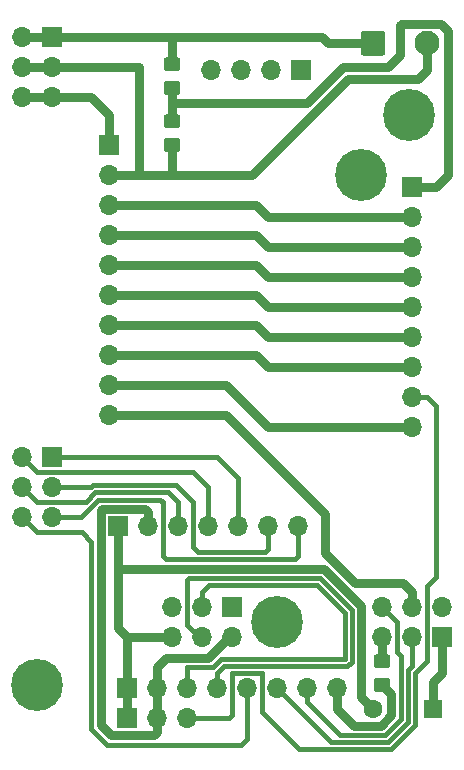
<source format=gbr>
%TF.GenerationSoftware,KiCad,Pcbnew,(5.1.7)-1*%
%TF.CreationDate,2020-11-11T21:31:42-07:00*%
%TF.ProjectId,Handheld-Backboard-E32-433T30D,48616e64-6865-46c6-942d-4261636b626f,rev?*%
%TF.SameCoordinates,PX76efc10PY4dffc60*%
%TF.FileFunction,Copper,L1,Top*%
%TF.FilePolarity,Positive*%
%FSLAX46Y46*%
G04 Gerber Fmt 4.6, Leading zero omitted, Abs format (unit mm)*
G04 Created by KiCad (PCBNEW (5.1.7)-1) date 2020-11-11 21:31:42*
%MOMM*%
%LPD*%
G01*
G04 APERTURE LIST*
%TA.AperFunction,ComponentPad*%
%ADD10O,1.700000X1.700000*%
%TD*%
%TA.AperFunction,ComponentPad*%
%ADD11R,1.700000X1.700000*%
%TD*%
%TA.AperFunction,ComponentPad*%
%ADD12C,4.400000*%
%TD*%
%TA.AperFunction,ComponentPad*%
%ADD13C,2.100000*%
%TD*%
%TA.AperFunction,ComponentPad*%
%ADD14C,1.600000*%
%TD*%
%TA.AperFunction,ComponentPad*%
%ADD15R,1.600000X1.600000*%
%TD*%
%TA.AperFunction,Conductor*%
%ADD16C,0.800000*%
%TD*%
%TA.AperFunction,Conductor*%
%ADD17C,0.400000*%
%TD*%
G04 APERTURE END LIST*
D10*
%TO.P,J8,9*%
%TO.N,/D33*%
X34798000Y28448000D03*
%TO.P,J8,8*%
%TO.N,/A15*%
X34798000Y30988000D03*
%TO.P,J8,7*%
%TO.N,/A13*%
X34798000Y33528000D03*
%TO.P,J8,6*%
%TO.N,/A11*%
X34798000Y36068000D03*
%TO.P,J8,5*%
%TO.N,/A9*%
X34798000Y38608000D03*
%TO.P,J8,4*%
%TO.N,/A7*%
X34798000Y41148000D03*
%TO.P,J8,3*%
%TO.N,/A5*%
X34798000Y43688000D03*
%TO.P,J8,2*%
%TO.N,/A3*%
X34798000Y46228000D03*
D11*
%TO.P,J8,1*%
%TO.N,/A1*%
X34798000Y48768000D03*
%TD*%
D10*
%TO.P,J7,6*%
%TO.N,/RES*%
X1778000Y20828000D03*
%TO.P,J7,5*%
%TO.N,/M0*%
X4318000Y20828000D03*
%TO.P,J7,4*%
%TO.N,/AUX*%
X1778000Y23368000D03*
%TO.P,J7,3*%
%TO.N,/M1*%
X4318000Y23368000D03*
%TO.P,J7,2*%
%TO.N,/RXD*%
X1778000Y25908000D03*
D11*
%TO.P,J7,1*%
%TO.N,/TXD*%
X4318000Y25908000D03*
%TD*%
D10*
%TO.P,J11,10*%
%TO.N,/D45*%
X9144000Y29464000D03*
%TO.P,J11,9*%
%TO.N,/D33*%
X9144000Y32004000D03*
%TO.P,J11,8*%
%TO.N,/A13*%
X9144000Y34544000D03*
%TO.P,J11,7*%
%TO.N,/A11*%
X9144000Y37084000D03*
%TO.P,J11,6*%
%TO.N,/A9*%
X9144000Y39624000D03*
%TO.P,J11,5*%
%TO.N,/A7*%
X9144000Y42164000D03*
%TO.P,J11,4*%
%TO.N,/A5*%
X9144000Y44704000D03*
%TO.P,J11,3*%
%TO.N,/A3*%
X9144000Y47244000D03*
%TO.P,J11,2*%
%TO.N,/GND*%
X9144000Y49784000D03*
D11*
%TO.P,J11,1*%
%TO.N,/5V*%
X9144000Y52324000D03*
%TD*%
D10*
%TO.P,J3,6*%
%TO.N,/CS*%
X32258000Y13208000D03*
%TO.P,J3,5*%
%TO.N,/BLR*%
X32258000Y10668000D03*
%TO.P,J3,4*%
%TO.N,/D45*%
X34798000Y13208000D03*
%TO.P,J3,3*%
%TO.N,/RS*%
X34798000Y10668000D03*
%TO.P,J3,2*%
%TO.N,Net-(J3-Pad2)*%
X37338000Y13208000D03*
D11*
%TO.P,J3,1*%
%TO.N,/BZ*%
X37338000Y10668000D03*
%TD*%
D12*
%TO.P,REF\u002A\u002A,1*%
%TO.N,N/C*%
X34544000Y54864000D03*
%TD*%
%TO.P,REF\u002A\u002A,1*%
%TO.N,N/C*%
X3048000Y6604000D03*
%TD*%
%TO.P,REF\u002A\u002A,1*%
%TO.N,N/C*%
X30480000Y49784000D03*
%TD*%
%TO.P,REF\u002A\u002A,1*%
%TO.N,N/C*%
X23368000Y11938000D03*
%TD*%
D13*
%TO.P,J9,2*%
%TO.N,/GND*%
X36096000Y60960000D03*
%TO.P,J9,1*%
%TO.N,/VIN*%
%TA.AperFunction,ComponentPad*%
G36*
G01*
X30446000Y60159999D02*
X30446000Y61760001D01*
G75*
G02*
X30695999Y62010000I249999J0D01*
G01*
X32296001Y62010000D01*
G75*
G02*
X32546000Y61760001I0J-249999D01*
G01*
X32546000Y60159999D01*
G75*
G02*
X32296001Y59910000I-249999J0D01*
G01*
X30695999Y59910000D01*
G75*
G02*
X30446000Y60159999I0J249999D01*
G01*
G37*
%TD.AperFunction*%
%TD*%
D10*
%TO.P,REF\u002A\u002A,4*%
%TO.N,N/C*%
X17780000Y58674000D03*
%TO.P,REF\u002A\u002A,3*%
X20320000Y58674000D03*
%TO.P,REF\u002A\u002A,2*%
X22860000Y58674000D03*
D11*
%TO.P,REF\u002A\u002A,1*%
X25400000Y58674000D03*
%TD*%
D14*
%TO.P,BZ1,2*%
%TO.N,/GD*%
X31496000Y4572000D03*
D15*
%TO.P,BZ1,1*%
%TO.N,/BZ*%
X36576000Y4572000D03*
%TD*%
D10*
%TO.P,J2,6*%
%TO.N,/GD*%
X14478000Y10668000D03*
%TO.P,J2,5*%
%TO.N,Net-(J2-Pad5)*%
X14478000Y13208000D03*
%TO.P,J2,4*%
%TO.N,/SDA*%
X17018000Y10668000D03*
%TO.P,J2,3*%
%TO.N,/SCK*%
X17018000Y13208000D03*
%TO.P,J2,2*%
%TO.N,/VCC*%
X19558000Y10668000D03*
D11*
%TO.P,J2,1*%
%TO.N,Net-(J2-Pad1)*%
X19558000Y13208000D03*
%TD*%
%TO.P,R3,2*%
%TO.N,/BL*%
%TA.AperFunction,SMDPad,CuDef*%
G36*
G01*
X31807999Y7220000D02*
X32708001Y7220000D01*
G75*
G02*
X32958000Y6970001I0J-249999D01*
G01*
X32958000Y6269999D01*
G75*
G02*
X32708001Y6020000I-249999J0D01*
G01*
X31807999Y6020000D01*
G75*
G02*
X31558000Y6269999I0J249999D01*
G01*
X31558000Y6970001D01*
G75*
G02*
X31807999Y7220000I249999J0D01*
G01*
G37*
%TD.AperFunction*%
%TO.P,R3,1*%
%TO.N,/BLR*%
%TA.AperFunction,SMDPad,CuDef*%
G36*
G01*
X31807999Y9220000D02*
X32708001Y9220000D01*
G75*
G02*
X32958000Y8970001I0J-249999D01*
G01*
X32958000Y8269999D01*
G75*
G02*
X32708001Y8020000I-249999J0D01*
G01*
X31807999Y8020000D01*
G75*
G02*
X31558000Y8269999I0J249999D01*
G01*
X31558000Y8970001D01*
G75*
G02*
X31807999Y9220000I249999J0D01*
G01*
G37*
%TD.AperFunction*%
%TD*%
%TO.P,R2,2*%
%TO.N,/A1*%
%TA.AperFunction,SMDPad,CuDef*%
G36*
G01*
X14928001Y53740000D02*
X14027999Y53740000D01*
G75*
G02*
X13778000Y53989999I0J249999D01*
G01*
X13778000Y54690001D01*
G75*
G02*
X14027999Y54940000I249999J0D01*
G01*
X14928001Y54940000D01*
G75*
G02*
X15178000Y54690001I0J-249999D01*
G01*
X15178000Y53989999D01*
G75*
G02*
X14928001Y53740000I-249999J0D01*
G01*
G37*
%TD.AperFunction*%
%TO.P,R2,1*%
%TO.N,/GND*%
%TA.AperFunction,SMDPad,CuDef*%
G36*
G01*
X14928001Y51740000D02*
X14027999Y51740000D01*
G75*
G02*
X13778000Y51989999I0J249999D01*
G01*
X13778000Y52690001D01*
G75*
G02*
X14027999Y52940000I249999J0D01*
G01*
X14928001Y52940000D01*
G75*
G02*
X15178000Y52690001I0J-249999D01*
G01*
X15178000Y51989999D01*
G75*
G02*
X14928001Y51740000I-249999J0D01*
G01*
G37*
%TD.AperFunction*%
%TD*%
%TO.P,R1,2*%
%TO.N,/VIN*%
%TA.AperFunction,SMDPad,CuDef*%
G36*
G01*
X14928001Y58566000D02*
X14027999Y58566000D01*
G75*
G02*
X13778000Y58815999I0J249999D01*
G01*
X13778000Y59516001D01*
G75*
G02*
X14027999Y59766000I249999J0D01*
G01*
X14928001Y59766000D01*
G75*
G02*
X15178000Y59516001I0J-249999D01*
G01*
X15178000Y58815999D01*
G75*
G02*
X14928001Y58566000I-249999J0D01*
G01*
G37*
%TD.AperFunction*%
%TO.P,R1,1*%
%TO.N,/A1*%
%TA.AperFunction,SMDPad,CuDef*%
G36*
G01*
X14928001Y56566000D02*
X14027999Y56566000D01*
G75*
G02*
X13778000Y56815999I0J249999D01*
G01*
X13778000Y57516001D01*
G75*
G02*
X14027999Y57766000I249999J0D01*
G01*
X14928001Y57766000D01*
G75*
G02*
X15178000Y57516001I0J-249999D01*
G01*
X15178000Y56815999D01*
G75*
G02*
X14928001Y56566000I-249999J0D01*
G01*
G37*
%TD.AperFunction*%
%TD*%
D10*
%TO.P,J6,3*%
%TO.N,/A15*%
X15748000Y3810000D03*
%TO.P,J6,2*%
%TO.N,/VCC*%
X13208000Y3810000D03*
D11*
%TO.P,J6,1*%
%TO.N,/GD*%
X10668000Y3810000D03*
%TD*%
D10*
%TO.P,J5,8*%
%TO.N,/BL*%
X28448000Y6350000D03*
%TO.P,J5,7*%
%TO.N,/CS*%
X25908000Y6350000D03*
%TO.P,J5,6*%
%TO.N,/RS*%
X23368000Y6350000D03*
%TO.P,J5,5*%
%TO.N,/RES*%
X20828000Y6350000D03*
%TO.P,J5,4*%
%TO.N,/SDA*%
X18288000Y6350000D03*
%TO.P,J5,3*%
%TO.N,/SCK*%
X15748000Y6350000D03*
%TO.P,J5,2*%
%TO.N,/VCC*%
X13208000Y6350000D03*
D11*
%TO.P,J5,1*%
%TO.N,/GD*%
X10668000Y6350000D03*
%TD*%
D10*
%TO.P,J4,7*%
%TO.N,/M0*%
X25146000Y20066000D03*
%TO.P,J4,6*%
%TO.N,/M1*%
X22606000Y20066000D03*
%TO.P,J4,5*%
%TO.N,/TXD*%
X20066000Y20066000D03*
%TO.P,J4,4*%
%TO.N,/RXD*%
X17526000Y20066000D03*
%TO.P,J4,3*%
%TO.N,/AUX*%
X14986000Y20066000D03*
%TO.P,J4,2*%
%TO.N,/VCC*%
X12446000Y20066000D03*
D11*
%TO.P,J4,1*%
%TO.N,/GD*%
X9906000Y20066000D03*
%TD*%
D10*
%TO.P,J1,6*%
%TO.N,/5V*%
X1778000Y56388000D03*
%TO.P,J1,5*%
X4318000Y56388000D03*
%TO.P,J1,4*%
%TO.N,/GND*%
X1778000Y58928000D03*
%TO.P,J1,3*%
X4318000Y58928000D03*
%TO.P,J1,2*%
%TO.N,/VIN*%
X1778000Y61468000D03*
D11*
%TO.P,J1,1*%
X4318000Y61468000D03*
%TD*%
D16*
%TO.N,/GND*%
X1778000Y58928000D02*
X4318000Y58928000D01*
X9144000Y49784000D02*
X10668000Y49784000D01*
X4318000Y58928000D02*
X11684000Y58928000D01*
X11684000Y49784000D02*
X9144000Y49784000D01*
X36096000Y60960000D02*
X36096000Y60843773D01*
X11684000Y58928000D02*
X11684000Y49784000D01*
X21226226Y49784000D02*
X29370216Y57927990D01*
X29370216Y57927990D02*
X35321990Y57927990D01*
X35321990Y57927990D02*
X36096000Y58702000D01*
X14478000Y50038000D02*
X14224000Y49784000D01*
X14478000Y52340000D02*
X14478000Y50038000D01*
X14224000Y49784000D02*
X21226226Y49784000D01*
X11684000Y49784000D02*
X14224000Y49784000D01*
X36096000Y60960000D02*
X36096000Y58702000D01*
%TO.N,/5V*%
X1778000Y56388000D02*
X4318000Y56388000D01*
X4318000Y56388000D02*
X7620000Y56388000D01*
X9144000Y54864000D02*
X9144000Y52324000D01*
X7620000Y56388000D02*
X9144000Y54864000D01*
%TO.N,/VIN*%
X1778000Y61468000D02*
X4318000Y61468000D01*
X27686000Y60960000D02*
X27178000Y61468000D01*
X14478000Y61214000D02*
X14224000Y61468000D01*
X14478000Y59166000D02*
X14478000Y61214000D01*
X14224000Y61468000D02*
X27178000Y61468000D01*
X4318000Y61468000D02*
X14224000Y61468000D01*
X27686000Y60960000D02*
X31496000Y60960000D01*
D17*
%TO.N,/RES*%
X6838001Y19577999D02*
X7655989Y18760011D01*
X3028001Y19577999D02*
X6838001Y19577999D01*
X1778000Y20828000D02*
X3028001Y19577999D01*
X9006625Y1559989D02*
X13291454Y1559989D01*
X7655989Y2910625D02*
X9006625Y1559989D01*
X7655989Y18760011D02*
X7655989Y2910625D01*
X20828000Y6350000D02*
X20828000Y2032000D01*
X20355989Y1559989D02*
X13291454Y1559989D01*
X20828000Y2032000D02*
X20355989Y1559989D01*
%TO.N,/SDA*%
X18288000Y6350000D02*
X18669000Y6350000D01*
X17018000Y10795000D02*
X17018000Y10668000D01*
X18288000Y6350000D02*
X18542000Y6350000D01*
X18288000Y6771458D02*
X18288000Y6350000D01*
X29302010Y8220010D02*
X18888010Y8220010D01*
X29679990Y8597990D02*
X29302010Y8220010D01*
X29679990Y12986400D02*
X29679990Y8597990D01*
X26994410Y15671980D02*
X29679990Y12986400D01*
X15925980Y15671980D02*
X26994410Y15671980D01*
X18288000Y7620000D02*
X18288000Y6350000D01*
X15728001Y15474001D02*
X15925980Y15671980D01*
X15728001Y11703999D02*
X15728001Y15474001D01*
X16764000Y10668000D02*
X15728001Y11703999D01*
X18888010Y8220010D02*
X18288000Y7620000D01*
X17018000Y10668000D02*
X16764000Y10668000D01*
%TO.N,/SCK*%
X18639477Y8820019D02*
X17947458Y8128000D01*
X29079980Y8846522D02*
X29053478Y8820020D01*
X29053478Y8820020D02*
X18639477Y8820019D01*
X29079980Y12737868D02*
X29079980Y8846522D01*
X26745878Y15071970D02*
X29079980Y12737868D01*
X17611970Y15071970D02*
X26745878Y15071970D01*
X15748000Y8128000D02*
X15748000Y6350000D01*
X17018000Y14478000D02*
X17611970Y15071970D01*
X17947458Y8128000D02*
X15748000Y8128000D01*
X17018000Y13208000D02*
X17018000Y14478000D01*
%TO.N,/RS*%
X23368000Y6350000D02*
X27946021Y1771979D01*
X27946021Y1771979D02*
X32747907Y1771979D01*
X34798000Y10234500D02*
X34798000Y10668000D01*
X34451990Y7868532D02*
X34451990Y3476062D01*
X34798000Y8214542D02*
X34451990Y7868532D01*
X34798000Y10668000D02*
X34798000Y8214542D01*
X34451990Y3476062D02*
X32747907Y1771979D01*
%TO.N,/CS*%
X25908000Y5147919D02*
X25908000Y6350000D01*
X28683930Y2371989D02*
X25908000Y5147919D01*
X32499375Y2371989D02*
X28683930Y2371989D01*
X33851980Y3724594D02*
X32499375Y2371989D01*
X33851980Y9074020D02*
X33851980Y3724594D01*
X33508001Y9417999D02*
X33851980Y9074020D01*
X33508001Y11957999D02*
X33508001Y9417999D01*
X32258000Y13208000D02*
X33508001Y11957999D01*
%TO.N,/M0*%
X13497989Y22316011D02*
X13696001Y22117999D01*
X8244625Y22316011D02*
X13497989Y22316011D01*
X6756614Y20828000D02*
X8244625Y22316011D01*
X4318000Y20828000D02*
X6756614Y20828000D01*
X13970000Y17272000D02*
X13696001Y17545999D01*
X24892000Y17272000D02*
X13970000Y17272000D01*
X25146000Y17526000D02*
X24892000Y17272000D01*
X25146000Y20066000D02*
X25146000Y17526000D01*
X13696001Y22117999D02*
X13696001Y17545999D01*
%TO.N,/M1*%
X14837970Y23516030D02*
X7747560Y23516030D01*
X16236001Y22117999D02*
X14837970Y23516030D01*
X7599530Y23368000D02*
X4318000Y23368000D01*
X16236001Y18307999D02*
X16236001Y22117999D01*
X16671990Y17872010D02*
X16236001Y18307999D01*
X22352000Y17872010D02*
X16671990Y17872010D01*
X22606000Y18126010D02*
X22352000Y17872010D01*
X7747560Y23516030D02*
X7599530Y23368000D01*
X22606000Y20066000D02*
X22606000Y18126010D01*
%TO.N,/BLR*%
X32696001Y10229999D02*
X32258000Y10668000D01*
%TO.N,/TXD*%
X4318000Y25908000D02*
X18288000Y25908000D01*
X20066000Y24130000D02*
X20066000Y20066000D01*
X18288000Y25908000D02*
X20066000Y24130000D01*
%TO.N,/RXD*%
X1778000Y25908000D02*
X3067999Y24618001D01*
X3067999Y24618001D02*
X16275999Y24618001D01*
X16275999Y24618001D02*
X17526000Y23368000D01*
X17526000Y23368000D02*
X17526000Y20066000D01*
%TO.N,/AUX*%
X3028001Y22117999D02*
X1778000Y23368000D01*
X7198071Y22117999D02*
X3028001Y22117999D01*
X7996092Y22916020D02*
X7198071Y22117999D01*
X14167980Y22916020D02*
X7996092Y22916020D01*
X14986000Y22098000D02*
X14167980Y22916020D01*
X14986000Y20066000D02*
X14986000Y22098000D01*
D16*
%TO.N,/BL*%
X33051970Y5826030D02*
X32258000Y6620000D01*
X33051970Y4055968D02*
X33051970Y5826030D01*
X32168001Y3171999D02*
X33051970Y4055968D01*
X29848001Y3171999D02*
X32168001Y3171999D01*
X28448000Y4572000D02*
X29848001Y3171999D01*
X28448000Y6350000D02*
X28448000Y4572000D01*
%TO.N,/VCC*%
X12358001Y19978001D02*
X12446000Y20066000D01*
X12446000Y20306002D02*
X12446000Y20066000D01*
X13208000Y6350000D02*
X13208000Y3810000D01*
X13208000Y8128000D02*
X13208000Y6350000D01*
X19558000Y10668000D02*
X19304000Y10668000D01*
X14008010Y8928010D02*
X13208000Y8128000D01*
X17564010Y8928010D02*
X14008010Y8928010D01*
X19304000Y10668000D02*
X17564010Y8928010D01*
X13208000Y2607919D02*
X13208000Y3810000D01*
X8455999Y3241999D02*
X9337999Y2359999D01*
X8455999Y21396001D02*
X8455999Y3241999D01*
X8575999Y21516001D02*
X8455999Y21396001D01*
X12198080Y21516001D02*
X8575999Y21516001D01*
X12960080Y2359999D02*
X13208000Y2607919D01*
X12446000Y21268081D02*
X12198080Y21516001D01*
X9337999Y2359999D02*
X12960080Y2359999D01*
X12446000Y20066000D02*
X12446000Y21268081D01*
%TO.N,/BZ*%
X37338000Y10668000D02*
X37338000Y7620000D01*
X36576000Y6858000D02*
X36576000Y4572000D01*
X37338000Y7620000D02*
X36576000Y6858000D01*
%TO.N,/A1*%
X33782000Y59944000D02*
X32766000Y58928000D01*
X37852001Y62006097D02*
X37248088Y62610010D01*
X37852001Y49790001D02*
X37852001Y62006097D01*
X36830000Y48768000D02*
X37852001Y49790001D01*
X34798000Y48768000D02*
X36830000Y48768000D01*
X37248088Y62610010D02*
X33908010Y62610010D01*
X33782000Y62484000D02*
X33782000Y59944000D01*
X33908010Y62610010D02*
X33782000Y62484000D01*
X14478000Y55880000D02*
X25908000Y55880000D01*
X14478000Y57166000D02*
X14478000Y55880000D01*
X14478000Y55880000D02*
X14478000Y54340000D01*
X28956000Y58928000D02*
X32766000Y58928000D01*
X25908000Y55880000D02*
X28956000Y58928000D01*
D17*
%TO.N,/A15*%
X36830000Y15748000D02*
X36068000Y14986000D01*
X36068000Y30988000D02*
X36830000Y30226000D01*
X34798000Y30988000D02*
X36068000Y30988000D01*
X36068000Y14986000D02*
X36068000Y8636000D01*
X36830000Y30226000D02*
X36830000Y15748000D01*
X36068000Y8636000D02*
X35052000Y7620000D01*
X19304000Y3810000D02*
X15748000Y3810000D01*
X19558000Y7620000D02*
X19558000Y4064000D01*
X22098000Y4318000D02*
X22098000Y7620000D01*
X25244031Y1171969D02*
X22098000Y4318000D01*
X22098000Y7620000D02*
X19558000Y7620000D01*
X32996439Y1171969D02*
X25244031Y1171969D01*
X35052000Y3227530D02*
X32996439Y1171969D01*
X19558000Y4064000D02*
X19304000Y3810000D01*
X35052000Y7620000D02*
X35052000Y3227530D01*
D16*
%TO.N,/A13*%
X34798000Y33528000D02*
X22606000Y33528000D01*
X22606000Y33528000D02*
X21590000Y34544000D01*
X21590000Y34544000D02*
X9144000Y34544000D01*
%TO.N,/A11*%
X34798000Y36068000D02*
X22606000Y36068000D01*
X22606000Y36068000D02*
X21590000Y37084000D01*
X21590000Y37084000D02*
X9144000Y37084000D01*
%TO.N,/A9*%
X34798000Y38608000D02*
X22606000Y38608000D01*
X22606000Y38608000D02*
X21590000Y39624000D01*
X21590000Y39624000D02*
X9144000Y39624000D01*
%TO.N,/A7*%
X34798000Y41148000D02*
X22606000Y41148000D01*
X22606000Y41148000D02*
X21590000Y42164000D01*
X21590000Y42164000D02*
X9144000Y42164000D01*
%TO.N,/A5*%
X34798000Y43688000D02*
X22606000Y43688000D01*
X22606000Y43688000D02*
X21590000Y44704000D01*
X21590000Y44704000D02*
X9144000Y44704000D01*
%TO.N,/A3*%
X34798000Y46228000D02*
X22606000Y46228000D01*
X22606000Y46228000D02*
X21590000Y47244000D01*
X21590000Y47244000D02*
X9144000Y47244000D01*
%TO.N,/D45*%
X12738010Y29464000D02*
X9144000Y29464000D01*
X27432000Y17780000D02*
X27432000Y21082000D01*
X27432000Y21082000D02*
X19050000Y29464000D01*
X29972000Y15240000D02*
X27432000Y17780000D01*
X34036000Y15240000D02*
X29972000Y15240000D01*
X19050000Y29464000D02*
X12738010Y29464000D01*
X34798000Y14478000D02*
X34036000Y15240000D01*
X34798000Y13208000D02*
X34798000Y14478000D01*
%TO.N,/BLR*%
X32258000Y10668000D02*
X32258000Y8620000D01*
%TO.N,/GD*%
X10668000Y6350000D02*
X10668000Y3810000D01*
X10668000Y3810000D02*
X10668000Y5460000D01*
X10668000Y6350000D02*
X10668000Y10668000D01*
X10668000Y10668000D02*
X9906000Y11430000D01*
X14478000Y10668000D02*
X10668000Y10668000D01*
X9906000Y16764000D02*
X9906000Y20066000D01*
X9906000Y11430000D02*
X9906000Y16764000D01*
X30480000Y13317774D02*
X30480000Y5588000D01*
X30480000Y5588000D02*
X31496000Y4572000D01*
X27325784Y16471990D02*
X30480000Y13317774D01*
X10198010Y16471990D02*
X27325784Y16471990D01*
X9906000Y16764000D02*
X10198010Y16471990D01*
%TO.N,/D33*%
X34798000Y28448000D02*
X22606000Y28448000D01*
X22606000Y28448000D02*
X19050000Y32004000D01*
X19050000Y32004000D02*
X9144000Y32004000D01*
%TD*%
M02*

</source>
